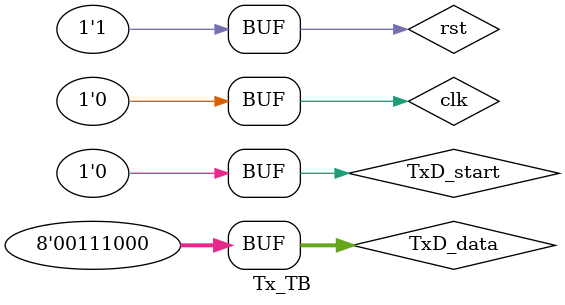
<source format=v>
module Tx
	(
		input clk,
		input rst,
		input TxD_start,
		input [7:0] TxD_data,
		input BaudTick,
		output reg TxD,
		output reg Busy
	);

	parameter IDLE = 2'd0;
	parameter SENDDATA = 2'd1;
	parameter ENDBIT = 2'd2;
	reg [1:0] state;
	reg [3:0] cnt;
	reg [7:0] input_Data;

	always @(posedge clk) begin
		if(~rst)
		begin
			cnt <= 4'd0;
		end
		else begin
			case (state)
				IDLE:
				begin
					cnt <= 4'd0;
					if(~TxD_start)					
						state <= SENDDATA;
				end
				SENDDATA:
				begin
					if(BaudTick == 1'b1) begin 
						if(cnt < 4'd8)
							state <= SENDDATA;
						else state <= ENDBIT;
						cnt <= cnt + 1;
					end
				end
				ENDBIT:
				begin
					if(BaudTick == 1'b1)
						state <= IDLE;
				end
				default : state <= IDLE;
			endcase
		end
	end

	always @(*) begin
		{TxD} = 1'b1;
		case (state)
			IDLE:
			begin
				TxD = 1'b1;
				Busy = 1'b0;
				if(~TxD_start) begin
					input_Data = TxD_data;
					TxD = 1'b0;
				end
			end
			SENDDATA:
			begin
				Busy = 1'b1;
				if(BaudTick == 1'b1) begin 
					if(cnt < 4'd8) begin 
						TxD = TxD_data[cnt];
					end
				end
			end
			ENDBIT:
			begin
				TxD = 1'b1;
				Busy = 1'b1;
			end
			default : /* default */;
		endcase
	end
endmodule // Tx

module Tx_TB ();

	reg clk, rst, TxD_start;
	reg [7:0] TxD_data;
	wire TxD, Busy;
	wire baud_rate;

	Tx inst_Tx (
		.clk       (clk),
		.rst       (rst),
		.TxD_start (TxD_start),
		.TxD_data  (TxD_data),
		.BaudTick  (baud_rate),
		.TxD       (TxD),
		.Busy      (Busy)
	);

	Baud_Rate_Generator #(
			.SYSTEM_CLOCK(50000000)
		) inst_Bound_Rate_Generator (
			.clk        (clk),
			.rst_n      (rst),
			.baud_rate (baud_rate)
		);

	initial begin
		clk = 0;
		repeat(20000) #10 clk = ~clk;
	end // initial

	initial begin
		rst = 0;
		TxD_data = 8'b00111000;
		TxD_start = 1;
		#15;
		rst = 1;
		#30000;
		TxD_start = 0;
		#5;
	end


endmodule
</source>
